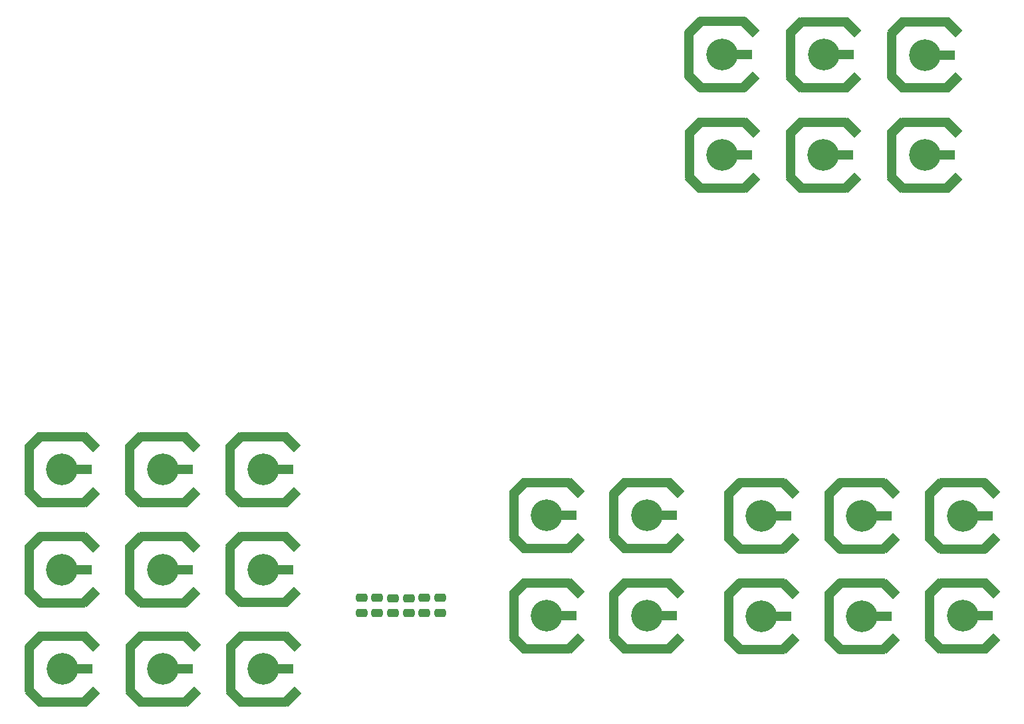
<source format=gtp>
%TF.GenerationSoftware,KiCad,Pcbnew,(6.0.0)*%
%TF.CreationDate,2022-05-25T11:52:23+05:30*%
%TF.ProjectId,Motion_Control_HMI,4d6f7469-6f6e-45f4-936f-6e74726f6c5f,rev?*%
%TF.SameCoordinates,Original*%
%TF.FileFunction,Paste,Top*%
%TF.FilePolarity,Positive*%
%FSLAX46Y46*%
G04 Gerber Fmt 4.6, Leading zero omitted, Abs format (unit mm)*
G04 Created by KiCad (PCBNEW (6.0.0)) date 2022-05-25 11:52:23*
%MOMM*%
%LPD*%
G01*
G04 APERTURE LIST*
G04 Aperture macros list*
%AMRoundRect*
0 Rectangle with rounded corners*
0 $1 Rounding radius*
0 $2 $3 $4 $5 $6 $7 $8 $9 X,Y pos of 4 corners*
0 Add a 4 corners polygon primitive as box body*
4,1,4,$2,$3,$4,$5,$6,$7,$8,$9,$2,$3,0*
0 Add four circle primitives for the rounded corners*
1,1,$1+$1,$2,$3*
1,1,$1+$1,$4,$5*
1,1,$1+$1,$6,$7*
1,1,$1+$1,$8,$9*
0 Add four rect primitives between the rounded corners*
20,1,$1+$1,$2,$3,$4,$5,0*
20,1,$1+$1,$4,$5,$6,$7,0*
20,1,$1+$1,$6,$7,$8,$9,0*
20,1,$1+$1,$8,$9,$2,$3,0*%
%AMFreePoly0*
4,1,5,1.250000,-0.600001,-1.250000,-0.600001,-1.250000,0.600001,1.250000,0.600001,1.250000,-0.600001,1.250000,-0.600001,$1*%
%AMFreePoly1*
4,1,46,0.312869,1.975377,0.588081,1.911585,0.851560,1.809654,1.098046,1.671615,1.322624,1.500222,1.520812,1.298896,1.688656,1.071654,1.822807,0.823029,1.920587,0.557982,1.980047,0.281802,2.000001,0.000000,1.996053,-0.125581,1.958446,-0.405575,1.881762,-0.677476,1.767531,-0.935860,1.618034,-1.175571,1.436253,-1.391826,1.225813,-1.580310,0.990918,-1.737263,0.736249,-1.859553,
0.466891,-1.944740,0.188217,-1.991124,-0.094213,-1.997780,-0.374763,-1.964575,-0.647835,-1.892170,-0.907981,-1.782013,-1.150011,-1.636300,-1.369094,-1.457937,-1.560861,-1.250485,-1.721484,-1.018082,-1.847759,-0.765367,-1.937166,-0.497380,-1.987922,-0.219469,-1.999013,0.062822,-1.970219,0.343858,-1.902113,0.618034,-1.796055,0.879878,-1.654161,1.124168,-1.479262,1.346025,-1.274848,1.541026,
-1.044997,1.705281,-0.794296,1.835509,-0.527746,1.929115,-0.250666,1.984229,0.031415,1.999753,0.312869,1.975377,0.312869,1.975377,$1*%
G04 Aperture macros list end*
%ADD10FreePoly0,225.000000*%
%ADD11FreePoly0,135.000000*%
%ADD12FreePoly0,45.000000*%
%ADD13R,6.000000X1.200000*%
%ADD14R,1.200000X6.000000*%
%ADD15FreePoly0,0.000000*%
%ADD16FreePoly1,225.000000*%
%ADD17RoundRect,0.250000X-0.475000X0.250000X-0.475000X-0.250000X0.475000X-0.250000X0.475000X0.250000X0*%
G04 APERTURE END LIST*
D10*
%TO.C,SW8*%
X92704800Y-140660000D03*
D11*
X85704800Y-140660000D03*
D12*
X85704800Y-133660000D03*
D13*
X89204800Y-132960000D03*
X89204800Y-141360000D03*
D14*
X85004800Y-137160000D03*
D11*
X92704800Y-133660000D03*
D15*
X91744800Y-137160000D03*
D16*
X89204800Y-137160000D03*
%TD*%
D17*
%TO.C,C23*%
X131292600Y-128122600D03*
X131292600Y-130022600D03*
%TD*%
D14*
%TO.C,SW24*%
X174006400Y-130454400D03*
D11*
X174706400Y-133954400D03*
D13*
X178206400Y-134654400D03*
D12*
X174706400Y-126954400D03*
D11*
X181706400Y-126954400D03*
D10*
X181706400Y-133954400D03*
D13*
X178206400Y-126254400D03*
D16*
X178206400Y-130454400D03*
D15*
X180746400Y-130454400D03*
%TD*%
D17*
%TO.C,C21*%
X133299200Y-128122600D03*
X133299200Y-130022600D03*
%TD*%
D14*
%TO.C,SW12*%
X174006400Y-117652800D03*
D12*
X174706400Y-114152800D03*
D11*
X174706400Y-121152800D03*
X181706400Y-114152800D03*
D13*
X178206400Y-113452800D03*
D10*
X181706400Y-121152800D03*
D13*
X178206400Y-121852800D03*
D15*
X180746400Y-117652800D03*
D16*
X178206400Y-117652800D03*
%TD*%
D12*
%TO.C,SW15*%
X160126800Y-114102000D03*
D13*
X163626800Y-113402000D03*
D10*
X167126800Y-121102000D03*
D13*
X163626800Y-121802000D03*
D11*
X167126800Y-114102000D03*
X160126800Y-121102000D03*
D14*
X159426800Y-117602000D03*
D16*
X163626800Y-117602000D03*
D15*
X166166800Y-117602000D03*
%TD*%
D14*
%TO.C,SW25*%
X97755600Y-124510800D03*
D13*
X101955600Y-128710800D03*
D12*
X98455600Y-121010800D03*
D11*
X98455600Y-128010800D03*
D10*
X105455600Y-128010800D03*
D11*
X105455600Y-121010800D03*
D13*
X101955600Y-120310800D03*
D15*
X104495600Y-124510800D03*
D16*
X101955600Y-124510800D03*
%TD*%
D14*
%TO.C,SW6*%
X194778400Y-71724400D03*
D11*
X202478400Y-68224400D03*
D12*
X195478400Y-68224400D03*
D13*
X198978400Y-75924400D03*
D10*
X202478400Y-75224400D03*
D11*
X195478400Y-75224400D03*
D13*
X198978400Y-67524400D03*
D16*
X198978400Y-71724400D03*
D15*
X201518400Y-71724400D03*
%TD*%
D13*
%TO.C,SW16*%
X199009000Y-54753400D03*
D11*
X202509000Y-55453400D03*
D10*
X202509000Y-62453400D03*
D13*
X199009000Y-63153400D03*
D12*
X195509000Y-55453400D03*
D11*
X195509000Y-62453400D03*
D14*
X194809000Y-58953400D03*
D16*
X199009000Y-58953400D03*
D15*
X201549000Y-58953400D03*
%TD*%
D17*
%TO.C,C20*%
X135305800Y-128117600D03*
X135305800Y-130017600D03*
%TD*%
D12*
%TO.C,SW14*%
X98455600Y-108260000D03*
D11*
X105455600Y-108260000D03*
D14*
X97755600Y-111760000D03*
D13*
X101955600Y-115960000D03*
D10*
X105455600Y-115260000D03*
D13*
X101955600Y-107560000D03*
D11*
X98455600Y-115260000D03*
D16*
X101955600Y-111760000D03*
D15*
X104495600Y-111760000D03*
%TD*%
D10*
%TO.C,SW13*%
X118257200Y-115260000D03*
D11*
X111257200Y-115260000D03*
D13*
X114757200Y-107560000D03*
D14*
X110557200Y-111760000D03*
D13*
X114757200Y-115960000D03*
D11*
X118257200Y-108260000D03*
D12*
X111257200Y-108260000D03*
D15*
X117297200Y-111760000D03*
D16*
X114757200Y-111760000D03*
%TD*%
D13*
%TO.C,SW5*%
X89154000Y-120310800D03*
D14*
X84954000Y-124510800D03*
D11*
X92654000Y-121010800D03*
D13*
X89154000Y-128710800D03*
D12*
X85654000Y-121010800D03*
D10*
X92654000Y-128010800D03*
D11*
X85654000Y-128010800D03*
D16*
X89154000Y-124510800D03*
D15*
X91694000Y-124510800D03*
%TD*%
D11*
%TO.C,SW21*%
X194508000Y-126938000D03*
D14*
X186808000Y-130438000D03*
D13*
X191008000Y-134638000D03*
D12*
X187508000Y-126938000D03*
D11*
X187508000Y-133938000D03*
D13*
X191008000Y-126238000D03*
D10*
X194508000Y-133938000D03*
D15*
X193548000Y-130438000D03*
D16*
X191008000Y-130438000D03*
%TD*%
D12*
%TO.C,SW3*%
X85654000Y-108260000D03*
D10*
X92654000Y-115260000D03*
D13*
X89154000Y-115960000D03*
D14*
X84954000Y-111760000D03*
D13*
X89154000Y-107560000D03*
D11*
X92654000Y-108260000D03*
X85654000Y-115260000D03*
D15*
X91694000Y-111760000D03*
D16*
X89154000Y-111760000D03*
%TD*%
D11*
%TO.C,SW7*%
X176728000Y-68229600D03*
D14*
X169028000Y-71729600D03*
D10*
X176728000Y-75229600D03*
D13*
X173228000Y-75929600D03*
X173228000Y-67529600D03*
D12*
X169728000Y-68229600D03*
D11*
X169728000Y-75229600D03*
D16*
X173228000Y-71729600D03*
D15*
X175768000Y-71729600D03*
%TD*%
D11*
%TO.C,SW10*%
X111252000Y-128005600D03*
D14*
X110552000Y-124505600D03*
D11*
X118252000Y-121005600D03*
D13*
X114752000Y-120305600D03*
D12*
X111252000Y-121005600D03*
D10*
X118252000Y-128005600D03*
D13*
X114752000Y-128705600D03*
D16*
X114752000Y-124505600D03*
D15*
X117292000Y-124505600D03*
%TD*%
D14*
%TO.C,SW19*%
X97806400Y-137160000D03*
D11*
X105506400Y-133660000D03*
D10*
X105506400Y-140660000D03*
D11*
X98506400Y-140660000D03*
D12*
X98506400Y-133660000D03*
D13*
X102006400Y-141360000D03*
X102006400Y-132960000D03*
D16*
X102006400Y-137160000D03*
D15*
X104546400Y-137160000D03*
%TD*%
D12*
%TO.C,SW4*%
X147376000Y-114102000D03*
D13*
X150876000Y-113402000D03*
D14*
X146676000Y-117602000D03*
D11*
X147376000Y-121102000D03*
X154376000Y-114102000D03*
D13*
X150876000Y-121802000D03*
D10*
X154376000Y-121102000D03*
D16*
X150876000Y-117602000D03*
D15*
X153416000Y-117602000D03*
%TD*%
D13*
%TO.C,SW20*%
X163626800Y-126203600D03*
X163626800Y-134603600D03*
D10*
X167126800Y-133903600D03*
D14*
X159426800Y-130403600D03*
D12*
X160126800Y-126903600D03*
D11*
X160126800Y-133903600D03*
X167126800Y-126903600D03*
D16*
X163626800Y-130403600D03*
D15*
X166166800Y-130403600D03*
%TD*%
D17*
%TO.C,C25*%
X129286000Y-128117600D03*
X129286000Y-130017600D03*
%TD*%
D11*
%TO.C,SW17*%
X187508000Y-121152800D03*
D14*
X186808000Y-117652800D03*
D12*
X187508000Y-114152800D03*
D13*
X191008000Y-113452800D03*
D10*
X194508000Y-121152800D03*
D11*
X194508000Y-114152800D03*
D13*
X191008000Y-121852800D03*
D15*
X193548000Y-117652800D03*
D16*
X191008000Y-117652800D03*
%TD*%
D17*
%TO.C,C26*%
X127279400Y-128117600D03*
X127279400Y-130017600D03*
%TD*%
D12*
%TO.C,SW23*%
X200309600Y-126903600D03*
D11*
X200309600Y-133903600D03*
D14*
X199609600Y-130403600D03*
D13*
X203809600Y-126203600D03*
D10*
X207309600Y-133903600D03*
D13*
X203809600Y-134603600D03*
D11*
X207309600Y-126903600D03*
D16*
X203809600Y-130403600D03*
D15*
X206349600Y-130403600D03*
%TD*%
D11*
%TO.C,SW18*%
X118308000Y-133665200D03*
D13*
X114808000Y-141365200D03*
D10*
X118308000Y-140665200D03*
D11*
X111308000Y-140665200D03*
D14*
X110608000Y-137165200D03*
D12*
X111308000Y-133665200D03*
D13*
X114808000Y-132965200D03*
D16*
X114808000Y-137165200D03*
D15*
X117348000Y-137165200D03*
%TD*%
D10*
%TO.C,SW11*%
X176702600Y-62402600D03*
D12*
X169702600Y-55402600D03*
D11*
X169702600Y-62402600D03*
D13*
X173202600Y-54702600D03*
D14*
X169002600Y-58902600D03*
D13*
X173202600Y-63102600D03*
D11*
X176702600Y-55402600D03*
D16*
X173202600Y-58902600D03*
D15*
X175742600Y-58902600D03*
%TD*%
D14*
%TO.C,SW1*%
X181931200Y-58928000D03*
D12*
X182631200Y-55428000D03*
D10*
X189631200Y-62428000D03*
D13*
X186131200Y-63128000D03*
X186131200Y-54728000D03*
D11*
X189631200Y-55428000D03*
X182631200Y-62428000D03*
D15*
X188671200Y-58928000D03*
D16*
X186131200Y-58928000D03*
%TD*%
D12*
%TO.C,SW2*%
X182605800Y-68213200D03*
D13*
X186105800Y-75913200D03*
D11*
X182605800Y-75213200D03*
D14*
X181905800Y-71713200D03*
D10*
X189605800Y-75213200D03*
D11*
X189605800Y-68213200D03*
D13*
X186105800Y-67513200D03*
D15*
X188645800Y-71713200D03*
D16*
X186105800Y-71713200D03*
%TD*%
D14*
%TO.C,SW9*%
X146676000Y-130387200D03*
D12*
X147376000Y-126887200D03*
D10*
X154376000Y-133887200D03*
D13*
X150876000Y-134587200D03*
D11*
X147376000Y-133887200D03*
X154376000Y-126887200D03*
D13*
X150876000Y-126187200D03*
D15*
X153416000Y-130387200D03*
D16*
X150876000Y-130387200D03*
%TD*%
D17*
%TO.C,C27*%
X137312400Y-128117600D03*
X137312400Y-130017600D03*
%TD*%
D11*
%TO.C,SW22*%
X207309600Y-114152800D03*
X200309600Y-121152800D03*
D12*
X200309600Y-114152800D03*
D13*
X203809600Y-121852800D03*
X203809600Y-113452800D03*
D10*
X207309600Y-121152800D03*
D14*
X199609600Y-117652800D03*
D15*
X206349600Y-117652800D03*
D16*
X203809600Y-117652800D03*
%TD*%
M02*

</source>
